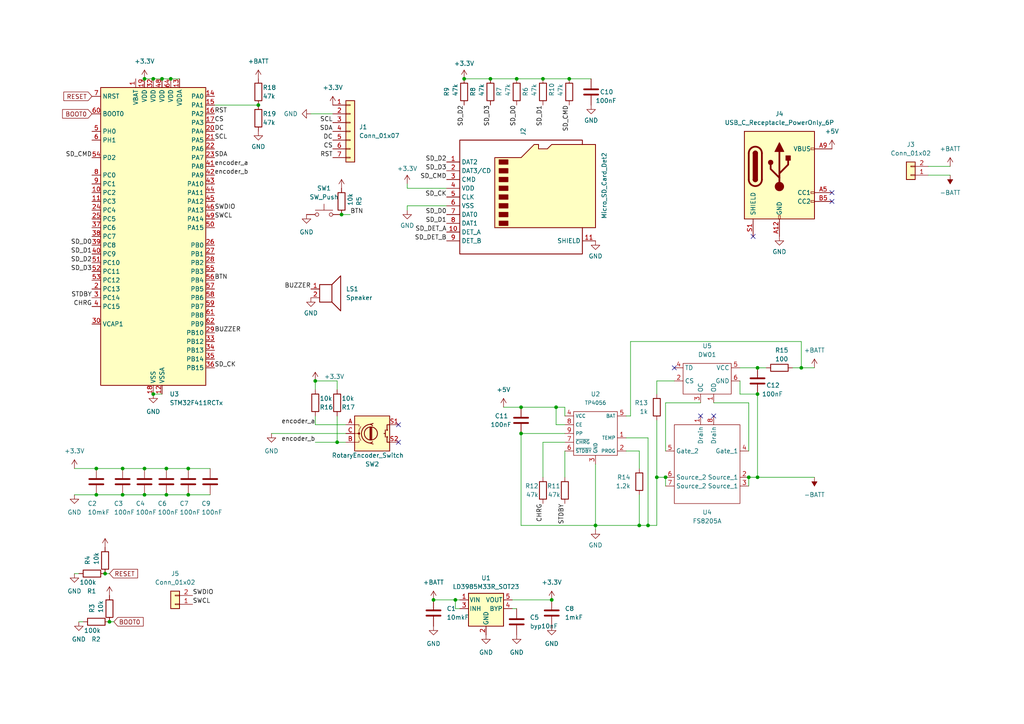
<source format=kicad_sch>
(kicad_sch (version 20230121) (generator eeschema)
  (paper "A4")
  (lib_symbols
    (symbol "Connector:Micro_SD_Card_Det2"
      (property "Reference" "J" (at -16.51 17.78 0))
      (property "Value" "Micro_SD_Card_Det2" (at 16.51 17.78 0))
      (symbol "Micro_SD_Card_Det2_0_1"
        (rectangle (start -7.62 -6.985) (end -5.08 -8.255) (stroke (width 0.254)) (fill (type outline)))
        (rectangle (start -7.62 -4.445) (end -5.08 -5.715) (stroke (width 0.254)) (fill (type outline)))
        (rectangle (start -7.62 -1.905) (end -5.08 -3.175) (stroke (width 0.254)) (fill (type outline)))
        (rectangle (start -7.62 0.635) (end -5.08 -0.635) (stroke (width 0.254)) (fill (type outline)))
        (rectangle (start -7.62 3.175) (end -5.08 1.905) (stroke (width 0.254)) (fill (type outline)))
        (rectangle (start -7.62 5.715) (end -5.08 4.445) (stroke (width 0.254)) (fill (type outline)))
        (rectangle (start -7.62 8.255) (end -5.08 6.985) (stroke (width 0.254)) (fill (type outline)))
        (rectangle (start -7.62 10.795) (end -5.08 9.525) (stroke (width 0.254)) (fill (type outline)))
        (polyline (pts (xy 16.51 15.24) (xy 16.51 16.51) (xy -19.05 16.51) (xy -19.05 -16.51) (xy 16.51 -16.51) (xy 16.51 -8.89)) (stroke (width 0.254)))
        (polyline (pts (xy -8.89 -8.89) (xy -8.89 11.43) (xy -1.27 11.43) (xy 2.54 15.24) (xy 3.81 15.24) (xy 3.81 13.97) (xy 6.35 13.97) (xy 7.62 15.24) (xy 20.32 15.24) (xy 20.32 -8.89) (xy -8.89 -8.89)) (stroke (width 0.254)) (fill (type background)))
      )
      (symbol "Micro_SD_Card_Det2_1_1"
        (pin bidirectional line (at -22.86 10.16 0) (length 3.81) (name "DAT2") (number "1"))
        (pin passive line (at -22.86 -10.16 0) (length 3.81) (name "DET_A") (number "10"))
        (pin passive line (at 20.32 -12.7 180) (length 3.81) (name "SHIELD") (number "11"))
        (pin bidirectional line (at -22.86 7.62 0) (length 3.81) (name "DAT3/CD") (number "2"))
        (pin input line (at -22.86 5.08 0) (length 3.81) (name "CMD") (number "3"))
        (pin power_in line (at -22.86 2.54 0) (length 3.81) (name "VDD") (number "4"))
        (pin input line (at -22.86 0 0) (length 3.81) (name "CLK") (number "5"))
        (pin power_in line (at -22.86 -2.54 0) (length 3.81) (name "VSS") (number "6"))
        (pin bidirectional line (at -22.86 -5.08 0) (length 3.81) (name "DAT0") (number "7"))
        (pin bidirectional line (at -22.86 -7.62 0) (length 3.81) (name "DAT1") (number "8"))
        (pin passive line (at -22.86 -12.7 0) (length 3.81) (name "DET_B") (number "9"))
      )
    )
    (symbol "Connector:USB_C_Receptacle_PowerOnly_6P" (pin_names (offset 1.016))
      (property "Reference" "J" (at 0 16.51 0))
      (property "Value" "USB_C_Receptacle_PowerOnly_6P" (at 0 13.97 0))
      (symbol "USB_C_Receptacle_PowerOnly_6P_0_0"
        (rectangle (start -0.254 -12.7) (end 0.254 -11.684))
        (rectangle (start 10.16 -7.366) (end 9.144 -7.874))
        (rectangle (start 10.16 -4.826) (end 9.144 -5.334))
        (rectangle (start 10.16 7.874) (end 9.144 7.366))
      )
      (symbol "USB_C_Receptacle_PowerOnly_6P_0_1"
        (rectangle (start -10.16 12.7) (end 10.16 -12.7) (stroke (width 0.254)) (fill (type background)))
        (arc (start -8.89 -1.27) (mid -6.985 -3.1667) (end -5.08 -1.27) (stroke (width 0.508)))
        (arc (start -7.62 -1.27) (mid -6.985 -1.9023) (end -6.35 -1.27) (stroke (width 0.254)))
        (arc (start -7.62 -1.27) (mid -6.985 -1.9023) (end -6.35 -1.27) (stroke (width 0.254)) (fill (type outline)))
        (rectangle (start -7.62 -1.27) (end -6.35 6.35) (stroke (width 0.254)) (fill (type outline)))
        (arc (start -6.35 6.35) (mid -6.985 6.9823) (end -7.62 6.35) (stroke (width 0.254)))
        (arc (start -6.35 6.35) (mid -6.985 6.9823) (end -7.62 6.35) (stroke (width 0.254)) (fill (type outline)))
        (arc (start -5.08 6.35) (mid -6.985 8.2467) (end -8.89 6.35) (stroke (width 0.508)))
        (circle (center -2.54 3.683) (radius 0.635) (stroke (width 0.254)) (fill (type outline)))
        (circle (center 0 -3.302) (radius 1.27) (fill (type outline)))
        (polyline (pts (xy -8.89 -1.27) (xy -8.89 6.35)) (stroke (width 0.508)))
        (polyline (pts (xy -5.08 6.35) (xy -5.08 -1.27)) (stroke (width 0.508)))
        (polyline (pts (xy 0 -3.302) (xy 0 6.858)) (stroke (width 0.508)))
        (polyline (pts (xy 0 -0.762) (xy -2.54 1.778) (xy -2.54 3.048)) (stroke (width 0.508)))
        (polyline (pts (xy 0 0.508) (xy 2.54 3.048) (xy 2.54 4.318)) (stroke (width 0.508)))
        (polyline (pts (xy -1.27 6.858) (xy 0 9.398) (xy 1.27 6.858) (xy -1.27 6.858)) (stroke (width 0.254)) (fill (type outline)))
        (rectangle (start 1.905 4.318) (end 3.175 5.588) (stroke (width 0.254)) (fill (type outline)))
      )
      (symbol "USB_C_Receptacle_PowerOnly_6P_1_1"
        (pin passive line (at 0 -17.78 90) (length 5.08) (name "GND") (number "A12"))
        (pin bidirectional line (at 15.24 -5.08 180) (length 5.08) (name "CC1") (number "A5"))
        (pin passive line (at 15.24 7.62 180) (length 5.08) (name "VBUS") (number "A9"))
        (pin passive line (at 0 -17.78 90) (length 5.08) hide (name "GND") (number "B12"))
        (pin bidirectional line (at 15.24 -7.62 180) (length 5.08) (name "CC2") (number "B5"))
        (pin passive line (at 15.24 7.62 180) (length 5.08) hide (name "VBUS") (number "B9"))
        (pin passive line (at -7.62 -17.78 90) (length 5.08) (name "SHIELD") (number "S1"))
      )
    )
    (symbol "Connector_Generic:Conn_01x02" (pin_names (offset 1.016) hide)
      (property "Reference" "J" (at 0 2.54 0))
      (property "Value" "Conn_01x02" (at 0 -5.08 0))
      (symbol "Conn_01x02_1_1"
        (rectangle (start -1.27 -2.413) (end 0 -2.667) (stroke (width 0.1524)))
        (rectangle (start -1.27 0.127) (end 0 -0.127) (stroke (width 0.1524)))
        (rectangle (start -1.27 1.27) (end 1.27 -3.81) (stroke (width 0.254)) (fill (type background)))
        (pin passive line (at -5.08 0 0) (length 3.81) (name "Pin_1") (number "1"))
        (pin passive line (at -5.08 -2.54 0) (length 3.81) (name "Pin_2") (number "2"))
      )
    )
    (symbol "Connector_Generic:Conn_01x07" (pin_names (offset 1.016) hide)
      (property "Reference" "J" (at 0 10.16 0))
      (property "Value" "Conn_01x07" (at 0 -10.16 0))
      (symbol "Conn_01x07_1_1"
        (rectangle (start -1.27 -7.493) (end 0 -7.747) (stroke (width 0.1524)))
        (rectangle (start -1.27 -4.953) (end 0 -5.207) (stroke (width 0.1524)))
        (rectangle (start -1.27 -2.413) (end 0 -2.667) (stroke (width 0.1524)))
        (rectangle (start -1.27 0.127) (end 0 -0.127) (stroke (width 0.1524)))
        (rectangle (start -1.27 2.667) (end 0 2.413) (stroke (width 0.1524)))
        (rectangle (start -1.27 5.207) (end 0 4.953) (stroke (width 0.1524)))
        (rectangle (start -1.27 7.747) (end 0 7.493) (stroke (width 0.1524)))
        (rectangle (start -1.27 8.89) (end 1.27 -8.89) (stroke (width 0.254)) (fill (type background)))
        (pin passive line (at -5.08 7.62 0) (length 3.81) (name "Pin_1") (number "1"))
        (pin passive line (at -5.08 5.08 0) (length 3.81) (name "Pin_2") (number "2"))
        (pin passive line (at -5.08 2.54 0) (length 3.81) (name "Pin_3") (number "3"))
        (pin passive line (at -5.08 0 0) (length 3.81) (name "Pin_4") (number "4"))
        (pin passive line (at -5.08 -2.54 0) (length 3.81) (name "Pin_5") (number "5"))
        (pin passive line (at -5.08 -5.08 0) (length 3.81) (name "Pin_6") (number "6"))
        (pin passive line (at -5.08 -7.62 0) (length 3.81) (name "Pin_7") (number "7"))
      )
    )
    (symbol "Device:C" (pin_numbers hide) (pin_names (offset 0.254))
      (property "Reference" "C" (at 0.635 2.54 0))
      (property "Value" "C" (at 0.635 -2.54 0))
      (symbol "C_0_1"
        (polyline (pts (xy -2.032 -0.762) (xy 2.032 -0.762)) (stroke (width 0.508)))
        (polyline (pts (xy -2.032 0.762) (xy 2.032 0.762)) (stroke (width 0.508)))
      )
      (symbol "C_1_1"
        (pin passive line (at 0 3.81 270) (length 2.794) (name "~") (number "1"))
        (pin passive line (at 0 -3.81 90) (length 2.794) (name "~") (number "2"))
      )
    )
    (symbol "Device:R" (pin_numbers hide) (pin_names (offset 0))
      (property "Reference" "R" (at 2.032 0 90))
      (property "Value" "R" (at 0 0 90))
      (symbol "R_0_1"
        (rectangle (start -1.016 -2.54) (end 1.016 2.54) (stroke (width 0.254)))
      )
      (symbol "R_1_1"
        (pin passive line (at 0 3.81 270) (length 1.27) (name "~") (number "1"))
        (pin passive line (at 0 -3.81 90) (length 1.27) (name "~") (number "2"))
      )
    )
    (symbol "Device:RotaryEncoder_Switch" (pin_names (offset 0.254) hide)
      (property "Reference" "SW" (at 0 6.604 0))
      (property "Value" "RotaryEncoder_Switch" (at 0 -6.604 0))
      (symbol "RotaryEncoder_Switch_0_1"
        (rectangle (start -5.08 5.08) (end 5.08 -5.08) (stroke (width 0.254)) (fill (type background)))
        (circle (center -3.81 0) (radius 0.254) (fill (type outline)))
        (circle (center -0.381 0) (radius 1.905) (stroke (width 0.254)))
        (arc (start -0.381 2.667) (mid -3.0988 -0.0635) (end -0.381 -2.794) (stroke (width 0.254)))
        (polyline (pts (xy -0.635 -1.778) (xy -0.635 1.778)) (stroke (width 0.254)))
        (polyline (pts (xy -0.381 -1.778) (xy -0.381 1.778)) (stroke (width 0.254)))
        (polyline (pts (xy -0.127 1.778) (xy -0.127 -1.778)) (stroke (width 0.254)))
        (polyline (pts (xy 3.81 0) (xy 3.429 0)) (stroke (width 0.254)))
        (polyline (pts (xy 3.81 1.016) (xy 3.81 -1.016)) (stroke (width 0.254)))
        (polyline (pts (xy -5.08 -2.54) (xy -3.81 -2.54) (xy -3.81 -2.032)))
        (polyline (pts (xy -5.08 2.54) (xy -3.81 2.54) (xy -3.81 2.032)))
        (polyline (pts (xy 0.254 -3.048) (xy -0.508 -2.794) (xy 0.127 -2.413)) (stroke (width 0.254)))
        (polyline (pts (xy 0.254 2.921) (xy -0.508 2.667) (xy 0.127 2.286)) (stroke (width 0.254)))
        (polyline (pts (xy 5.08 -2.54) (xy 4.318 -2.54) (xy 4.318 -1.016)) (stroke (width 0.254)))
        (polyline (pts (xy 5.08 2.54) (xy 4.318 2.54) (xy 4.318 1.016)) (stroke (width 0.254)))
        (polyline (pts (xy -5.08 0) (xy -3.81 0) (xy -3.81 -1.016) (xy -3.302 -2.032)))
        (polyline (pts (xy -4.318 0) (xy -3.81 0) (xy -3.81 1.016) (xy -3.302 2.032)))
        (circle (center 4.318 -1.016) (radius 0.127) (stroke (width 0.254)))
        (circle (center 4.318 1.016) (radius 0.127) (stroke (width 0.254)))
      )
      (symbol "RotaryEncoder_Switch_1_1"
        (pin passive line (at -7.62 2.54 0) (length 2.54) (name "A") (number "A"))
        (pin passive line (at -7.62 -2.54 0) (length 2.54) (name "B") (number "B"))
        (pin passive line (at -7.62 0 0) (length 2.54) (name "C") (number "C"))
        (pin passive line (at 7.62 2.54 180) (length 2.54) (name "S1") (number "S1"))
        (pin passive line (at 7.62 -2.54 180) (length 2.54) (name "S2") (number "S2"))
      )
    )
    (symbol "Device:Speaker" (pin_names (offset 0) hide)
      (property "Reference" "LS" (at 1.27 5.715 0))
      (property "Value" "Speaker" (at 1.27 3.81 0))
      (symbol "Speaker_0_0"
        (rectangle (start -2.54 1.27) (end 1.016 -3.81) (stroke (width 0.254)))
        (polyline (pts (xy 1.016 1.27) (xy 3.556 3.81) (xy 3.556 -6.35) (xy 1.016 -3.81)) (stroke (width 0.254)))
      )
      (symbol "Speaker_1_1"
        (pin input line (at -5.08 0 0) (length 2.54) (name "1") (number "1"))
        (pin input line (at -5.08 -2.54 0) (length 2.54) (name "2") (number "2"))
      )
    )
    (symbol "MCU_ST_STM32F4:STM32F411RCTx"
      (property "Reference" "U" (at -15.24 44.45 0))
      (property "Value" "STM32F411RCTx" (at 10.16 44.45 0))
      (symbol "STM32F411RCTx_0_1"
        (rectangle (start -15.24 -43.18) (end 15.24 43.18) (stroke (width 0.254)) (fill (type background)))
      )
      (symbol "STM32F411RCTx_1_1"
        (pin power_in line (at -5.08 45.72 270) (length 2.54) (name "VBAT") (number "1"))
        (pin bidirectional line (at -17.78 12.7 0) (length 2.54) (name "PC2") (number "10"))
        (pin bidirectional line (at -17.78 10.16 0) (length 2.54) (name "PC3") (number "11"))
        (pin power_in line (at 2.54 -45.72 90) (length 2.54) (name "VSSA") (number "12"))
        (pin power_in line (at 7.62 45.72 270) (length 2.54) (name "VDDA") (number "13"))
        (pin bidirectional line (at 17.78 40.64 180) (length 2.54) (name "PA0") (number "14"))
        (pin bidirectional line (at 17.78 38.1 180) (length 2.54) (name "PA1") (number "15"))
        (pin bidirectional line (at 17.78 35.56 180) (length 2.54) (name "PA2") (number "16"))
        (pin bidirectional line (at 17.78 33.02 180) (length 2.54) (name "PA3") (number "17"))
        (pin power_in line (at 0 -45.72 90) (length 2.54) (name "VSS") (number "18"))
        (pin power_in line (at -2.54 45.72 270) (length 2.54) (name "VDD") (number "19"))
        (pin bidirectional line (at -17.78 -15.24 0) (length 2.54) (name "PC13") (number "2"))
        (pin bidirectional line (at 17.78 30.48 180) (length 2.54) (name "PA4") (number "20"))
        (pin bidirectional line (at 17.78 27.94 180) (length 2.54) (name "PA5") (number "21"))
        (pin bidirectional line (at 17.78 25.4 180) (length 2.54) (name "PA6") (number "22"))
        (pin bidirectional line (at 17.78 22.86 180) (length 2.54) (name "PA7") (number "23"))
        (pin bidirectional line (at -17.78 7.62 0) (length 2.54) (name "PC4") (number "24"))
        (pin bidirectional line (at -17.78 5.08 0) (length 2.54) (name "PC5") (number "25"))
        (pin bidirectional line (at 17.78 -2.54 180) (length 2.54) (name "PB0") (number "26"))
        (pin bidirectional line (at 17.78 -5.08 180) (length 2.54) (name "PB1") (number "27"))
        (pin bidirectional line (at 17.78 -7.62 180) (length 2.54) (name "PB2") (number "28"))
        (pin bidirectional line (at 17.78 -27.94 180) (length 2.54) (name "PB10") (number "29"))
        (pin bidirectional line (at -17.78 -17.78 0) (length 2.54) (name "PC14") (number "3"))
        (pin power_out line (at -17.78 -25.4 0) (length 2.54) (name "VCAP1") (number "30"))
        (pin passive line (at 0 -45.72 90) (length 2.54) hide (name "VSS") (number "31"))
        (pin power_in line (at 0 45.72 270) (length 2.54) (name "VDD") (number "32"))
        (pin bidirectional line (at 17.78 -30.48 180) (length 2.54) (name "PB12") (number "33"))
        (pin bidirectional line (at 17.78 -33.02 180) (length 2.54) (name "PB13") (number "34"))
        (pin bidirectional line (at 17.78 -35.56 180) (length 2.54) (name "PB14") (number "35"))
        (pin bidirectional line (at 17.78 -38.1 180) (length 2.54) (name "PB15") (number "36"))
        (pin bidirectional line (at -17.78 2.54 0) (length 2.54) (name "PC6") (number "37"))
        (pin bidirectional line (at -17.78 0 0) (length 2.54) (name "PC7") (number "38"))
        (pin bidirectional line (at -17.78 -2.54 0) (length 2.54) (name "PC8") (number "39"))
        (pin bidirectional line (at -17.78 -20.32 0) (length 2.54) (name "PC15") (number "4"))
        (pin bidirectional line (at -17.78 -5.08 0) (length 2.54) (name "PC9") (number "40"))
        (pin bidirectional line (at 17.78 20.32 180) (length 2.54) (name "PA8") (number "41"))
        (pin bidirectional line (at 17.78 17.78 180) (length 2.54) (name "PA9") (number "42"))
        (pin bidirectional line (at 17.78 15.24 180) (length 2.54) (name "PA10") (number "43"))
        (pin bidirectional line (at 17.78 12.7 180) (length 2.54) (name "PA11") (number "44"))
        (pin bidirectional line (at 17.78 10.16 180) (length 2.54) (name "PA12") (number "45"))
        (pin bidirectional line (at 17.78 7.62 180) (length 2.54) (name "PA13") (number "46"))
        (pin passive line (at 0 -45.72 90) (length 2.54) hide (name "VSS") (number "47"))
        (pin power_in line (at 2.54 45.72 270) (length 2.54) (name "VDD") (number "48"))
        (pin bidirectional line (at 17.78 5.08 180) (length 2.54) (name "PA14") (number "49"))
        (pin bidirectional line (at -17.78 30.48 0) (length 2.54) (name "PH0") (number "5"))
        (pin bidirectional line (at 17.78 2.54 180) (length 2.54) (name "PA15") (number "50"))
        (pin bidirectional line (at -17.78 -7.62 0) (length 2.54) (name "PC10") (number "51"))
        (pin bidirectional line (at -17.78 -10.16 0) (length 2.54) (name "PC11") (number "52"))
        (pin bidirectional line (at -17.78 -12.7 0) (length 2.54) (name "PC12") (number "53"))
        (pin bidirectional line (at -17.78 22.86 0) (length 2.54) (name "PD2") (number "54"))
        (pin bidirectional line (at 17.78 -10.16 180) (length 2.54) (name "PB3") (number "55"))
        (pin bidirectional line (at 17.78 -12.7 180) (length 2.54) (name "PB4") (number "56"))
        (pin bidirectional line (at 17.78 -15.24 180) (length 2.54) (name "PB5") (number "57"))
        (pin bidirectional line (at 17.78 -17.78 180) (length 2.54) (name "PB6") (number "58"))
        (pin bidirectional line (at 17.78 -20.32 180) (length 2.54) (name "PB7") (number "59"))
        (pin bidirectional line (at -17.78 27.94 0) (length 2.54) (name "PH1") (number "6"))
        (pin input line (at -17.78 35.56 0) (length 2.54) (name "BOOT0") (number "60"))
        (pin bidirectional line (at 17.78 -22.86 180) (length 2.54) (name "PB8") (number "61"))
        (pin bidirectional line (at 17.78 -25.4 180) (length 2.54) (name "PB9") (number "62"))
        (pin passive line (at 0 -45.72 90) (length 2.54) hide (name "VSS") (number "63"))
        (pin power_in line (at 5.08 45.72 270) (length 2.54) (name "VDD") (number "64"))
        (pin input line (at -17.78 40.64 0) (length 2.54) (name "NRST") (number "7"))
        (pin bidirectional line (at -17.78 17.78 0) (length 2.54) (name "PC0") (number "8"))
        (pin bidirectional line (at -17.78 15.24 0) (length 2.54) (name "PC1") (number "9"))
      )
    )
    (symbol "Regulator_Linear:LD3985M33R_SOT23" (pin_names (offset 0.254))
      (property "Reference" "U" (at -3.81 5.715 0))
      (property "Value" "LD3985M33R_SOT23" (at 0 5.715 0))
      (symbol "LD3985M33R_SOT23_0_1"
        (rectangle (start -5.08 4.445) (end 5.08 -5.08) (stroke (width 0.254)) (fill (type background)))
      )
      (symbol "LD3985M33R_SOT23_1_1"
        (pin power_in line (at -7.62 2.54 0) (length 2.54) (name "VIN") (number "1"))
        (pin power_in line (at 0 -7.62 90) (length 2.54) (name "GND") (number "2"))
        (pin input line (at -7.62 0 0) (length 2.54) (name "INH") (number "3"))
        (pin input line (at 7.62 0 180) (length 2.54) (name "BYP") (number "4"))
        (pin power_out line (at 7.62 2.54 180) (length 2.54) (name "VOUT") (number "5"))
      )
    )
    (symbol "Switch:SW_Push" (pin_numbers hide) (pin_names (offset 1.016) hide)
      (property "Reference" "SW" (at 1.27 2.54 0))
      (property "Value" "SW_Push" (at 0 -1.524 0))
      (symbol "SW_Push_0_1"
        (circle (center -2.032 0) (radius 0.508))
        (polyline (pts (xy 0 1.27) (xy 0 3.048)))
        (polyline (pts (xy 2.54 1.27) (xy -2.54 1.27)))
        (circle (center 2.032 0) (radius 0.508))
        (pin passive line (at -5.08 0 0) (length 2.54) (name "1") (number "1"))
        (pin passive line (at 5.08 0 180) (length 2.54) (name "2") (number "2"))
      )
    )
    (symbol "libs:DW01"
      (property "Reference" "U" (at 1.27 10.16 0))
      (property "Value" "DW01" (at 11.43 10.16 0))
      (symbol "DW01_0_1"
        (rectangle (start 0 8.89) (end 13.97 0))
      )
      (symbol "DW01_1_1"
        (pin input line (at 8.89 -2.54 90) (length 2.54) (name "OD") (number "1"))
        (pin input line (at -2.54 3.81 0) (length 2.54) (name "CS") (number "2"))
        (pin input line (at 5.08 -2.54 90) (length 2.54) (name "OC") (number "3"))
        (pin input line (at -2.54 7.62 0) (length 2.54) (name "TD") (number "4"))
        (pin input line (at 16.51 7.62 180) (length 2.54) (name "VCC") (number "5"))
        (pin input line (at 16.51 3.81 180) (length 2.54) (name "GND") (number "6"))
      )
    )
    (symbol "libs:FS8205A"
      (property "Reference" "U" (at 7.62 0 90))
      (property "Value" "FS8205A" (at 3.81 -2.54 0))
      (symbol "FS8205A_0_1"
        (rectangle (start 1.27 21.59) (end 20.32 -1.27))
      )
      (symbol "FS8205A_1_1"
        (pin input line (at 8.89 24.13 270) (length 2.54) (name "Drain") (number "1"))
        (pin input line (at 22.86 6.35 180) (length 2.54) (name "Source_1") (number "2"))
        (pin input line (at 22.86 3.81 180) (length 2.54) (name "Source_1") (number "3"))
        (pin input line (at 22.86 13.97 180) (length 2.54) (name "Gate_1") (number "4"))
        (pin input line (at -1.27 13.97 0) (length 2.54) (name "Gate_2") (number "5"))
        (pin input line (at -1.27 6.35 0) (length 2.54) (name "Source_2") (number "6"))
        (pin input line (at -1.27 3.81 0) (length 2.54) (name "Source_2") (number "7"))
        (pin input line (at 12.7 24.13 270) (length 2.54) (name "Drain") (number "8"))
      )
    )
    (symbol "libs:TP4056"
      (property "Reference" "U" (at 1.27 13.97 0))
      (property "Value" "TP4056" (at 8.89 13.97 0))
      (symbol "TP4056_0_1"
        (rectangle (start 0 12.7) (end 12.7 0))
      )
      (symbol "TP4056_1_1"
        (pin input line (at 15.24 5.08 180) (length 2.54) (name "TEMP") (number "1"))
        (pin input line (at 15.24 1.27 180) (length 2.54) (name "PROG") (number "2"))
        (pin input line (at 6.35 -2.54 90) (length 2.54) (name "GND") (number "3"))
        (pin input line (at -2.54 11.43 0) (length 2.54) (name "VCC") (number "4"))
        (pin input line (at 15.24 11.43 180) (length 2.54) (name "BAT") (number "5"))
        (pin input line (at -2.54 1.27 0) (length 2.54) (name "~{STDBY}") (number "6"))
        (pin input line (at -2.54 3.81 0) (length 2.54) (name "~{CHRG}") (number "7"))
        (pin input line (at -2.54 8.89 0) (length 2.54) (name "CE") (number "8"))
        (pin input line (at -2.54 6.35 0) (length 2.54) (name "PP") (number "9"))
      )
    )
    (symbol "power:+3.3V" (power) (pin_names (offset 0))
      (property "Value" "+3.3V" (at 0 3.556 0))
      (symbol "+3.3V_0_1"
        (polyline (pts (xy -0.762 1.27) (xy 0 2.54)))
        (polyline (pts (xy 0 0) (xy 0 2.54)))
        (polyline (pts (xy 0 2.54) (xy 0.762 1.27)))
      )
      (symbol "+3.3V_1_1"
        (pin power_in line (at 0 0 90) (length 0) hide (name "+3.3V") (number "1"))
      )
    )
    (symbol "power:+5V" (power) (pin_names (offset 0))
      (property "Value" "+5V" (at 0 3.556 0))
      (symbol "+5V_0_1"
        (polyline (pts (xy -0.762 1.27) (xy 0 2.54)))
        (polyline (pts (xy 0 0) (xy 0 2.54)))
        (polyline (pts (xy 0 2.54) (xy 0.762 1.27)))
      )
      (symbol "+5V_1_1"
        (pin power_in line (at 0 0 90) (length 0) hide (name "+5V") (number "1"))
      )
    )
    (symbol "power:+BATT" (power) (pin_names (offset 0))
      (property "Value" "+BATT" (at 0 3.556 0))
      (symbol "+BATT_0_1"
        (polyline (pts (xy -0.762 1.27) (xy 0 2.54)))
        (polyline (pts (xy 0 0) (xy 0 2.54)))
        (polyline (pts (xy 0 2.54) (xy 0.762 1.27)))
      )
      (symbol "+BATT_1_1"
        (pin power_in line (at 0 0 90) (length 0) hide (name "+BATT") (number "1"))
      )
    )
    (symbol "power:-BATT" (power) (pin_names (offset 0))
      (property "Value" "-BATT" (at 0 3.556 0))
      (symbol "-BATT_0_1"
        (polyline (pts (xy 0 0) (xy 0 2.54)))
        (polyline (pts (xy 0.762 1.27) (xy -0.762 1.27) (xy 0 2.54) (xy 0.762 1.27)) (fill (type outline)))
      )
      (symbol "-BATT_1_1"
        (pin power_in line (at 0 0 90) (length 0) hide (name "-BATT") (number "1"))
      )
    )
    (symbol "power:GND" (power) (pin_names (offset 0))
      (property "Value" "GND" (at 0 -3.81 0))
      (symbol "GND_0_1"
        (polyline (pts (xy 0 0) (xy 0 -1.27) (xy 1.27 -1.27) (xy 0 -2.54) (xy -1.27 -1.27) (xy 0 -1.27)))
      )
      (symbol "GND_1_1"
        (pin power_in line (at 0 0 270) (length 0) hide (name "GND") (number "1"))
      )
    )
  )
  (junction (at 142.24 22.86))
  (junction (at 219.71 138.43))
  (junction (at 46.99 22.86))
  (junction (at 190.5 138.43))
  (junction (at 91.44 110.49))
  (junction (at 31.75 180.34))
  (junction (at 134.62 22.86))
  (junction (at 44.45 114.3))
  (junction (at 187.96 152.4))
  (junction (at 185.42 152.4))
  (junction (at 41.91 135.89))
  (junction (at 35.56 143.51))
  (junction (at 157.48 22.86))
  (junction (at 97.79 128.27))
  (junction (at 99.06 62.23))
  (junction (at 219.71 114.3))
  (junction (at 41.91 143.51))
  (junction (at 54.61 135.89))
  (junction (at 35.56 135.89))
  (junction (at 132.08 173.99))
  (junction (at 160.02 173.99))
  (junction (at 125.73 173.99))
  (junction (at 49.53 22.86))
  (junction (at 149.86 22.86))
  (junction (at 151.13 118.11))
  (junction (at 41.91 22.86))
  (junction (at 193.04 138.43))
  (junction (at 27.94 143.51))
  (junction (at 219.71 106.68))
  (junction (at 217.17 138.43))
  (junction (at 232.41 106.68))
  (junction (at 27.94 135.89))
  (junction (at 48.26 143.51))
  (junction (at 161.29 118.11))
  (junction (at 74.93 30.48))
  (junction (at 44.45 22.86))
  (junction (at 54.61 143.51))
  (junction (at 30.48 166.37))
  (junction (at 172.72 152.4))
  (junction (at 165.1 22.86))
  (junction (at 151.13 125.73))
  (junction (at 48.26 135.89))
  (no_connect (at 115.57 123.19))
  (no_connect (at 218.44 68.58))
  (no_connect (at 115.57 128.27))
  (no_connect (at 241.3 58.42))
  (no_connect (at 203.2 120.65))
  (no_connect (at 207.01 120.65))
  (no_connect (at 195.58 106.68))
  (no_connect (at 241.3 55.88))
  (wire (pts (xy 190.5 110.49) (xy 195.58 110.49)))
  (wire (pts (xy 207.01 116.84) (xy 217.17 116.84)))
  (wire (pts (xy 78.74 125.73) (xy 100.33 125.73)))
  (wire (pts (xy 49.53 22.86) (xy 52.07 22.86)))
  (wire (pts (xy 21.59 166.37) (xy 22.86 166.37)))
  (wire (pts (xy 134.62 22.86) (xy 142.24 22.86)))
  (wire (pts (xy 91.44 128.27) (xy 97.79 128.27)))
  (wire (pts (xy 182.88 120.65) (xy 182.88 99.06)))
  (wire (pts (xy 44.45 22.86) (xy 46.99 22.86)))
  (wire (pts (xy 193.04 116.84) (xy 193.04 130.81)))
  (wire (pts (xy 193.04 138.43) (xy 193.04 140.97)))
  (wire (pts (xy 90.17 33.02) (xy 96.52 33.02)))
  (wire (pts (xy 185.42 152.4) (xy 172.72 152.4)))
  (wire (pts (xy 148.59 173.99) (xy 160.02 173.99)))
  (wire (pts (xy 214.63 114.3) (xy 219.71 114.3)))
  (wire (pts (xy 161.29 123.19) (xy 161.29 118.11)))
  (wire (pts (xy 163.83 123.19) (xy 161.29 123.19)))
  (wire (pts (xy 232.41 99.06) (xy 232.41 106.68)))
  (wire (pts (xy 182.88 99.06) (xy 232.41 99.06)))
  (wire (pts (xy 125.73 173.99) (xy 132.08 173.99)))
  (wire (pts (xy 149.86 22.86) (xy 157.48 22.86)))
  (wire (pts (xy 163.83 120.65) (xy 163.83 118.11)))
  (wire (pts (xy 172.72 153.67) (xy 172.72 152.4)))
  (wire (pts (xy 181.61 127) (xy 187.96 127)))
  (wire (pts (xy 182.88 120.65) (xy 181.61 120.65)))
  (wire (pts (xy 151.13 125.73) (xy 151.13 152.4)))
  (wire (pts (xy 41.91 135.89) (xy 48.26 135.89)))
  (wire (pts (xy 269.24 48.26) (xy 275.59 48.26)))
  (wire (pts (xy 91.44 123.19) (xy 100.33 123.19)))
  (wire (pts (xy 163.83 118.11) (xy 161.29 118.11)))
  (wire (pts (xy 229.87 106.68) (xy 232.41 106.68)))
  (wire (pts (xy 165.1 22.86) (xy 171.45 22.86)))
  (wire (pts (xy 190.5 152.4) (xy 190.5 138.43)))
  (wire (pts (xy 132.08 176.53) (xy 132.08 173.99)))
  (wire (pts (xy 151.13 118.11) (xy 161.29 118.11)))
  (wire (pts (xy 217.17 138.43) (xy 217.17 140.97)))
  (wire (pts (xy 46.99 114.3) (xy 44.45 114.3)))
  (wire (pts (xy 190.5 114.3) (xy 190.5 110.49)))
  (wire (pts (xy 48.26 143.51) (xy 54.61 143.51)))
  (wire (pts (xy 118.11 59.69) (xy 118.11 60.96)))
  (wire (pts (xy 203.2 116.84) (xy 193.04 116.84)))
  (wire (pts (xy 35.56 143.51) (xy 41.91 143.51)))
  (wire (pts (xy 27.94 143.51) (xy 35.56 143.51)))
  (wire (pts (xy 91.44 120.65) (xy 91.44 123.19)))
  (wire (pts (xy 22.86 180.34) (xy 24.13 180.34)))
  (wire (pts (xy 148.59 176.53) (xy 149.86 176.53)))
  (wire (pts (xy 21.59 143.51) (xy 27.94 143.51)))
  (wire (pts (xy 157.48 22.86) (xy 165.1 22.86)))
  (wire (pts (xy 269.24 50.8) (xy 275.59 50.8)))
  (wire (pts (xy 118.11 54.61) (xy 129.54 54.61)))
  (wire (pts (xy 219.71 106.68) (xy 222.25 106.68)))
  (wire (pts (xy 27.94 135.89) (xy 35.56 135.89)))
  (wire (pts (xy 219.71 138.43) (xy 219.71 114.3)))
  (wire (pts (xy 41.91 22.86) (xy 44.45 22.86)))
  (wire (pts (xy 118.11 53.34) (xy 118.11 54.61)))
  (wire (pts (xy 91.44 110.49) (xy 97.79 110.49)))
  (wire (pts (xy 232.41 106.68) (xy 236.22 106.68)))
  (wire (pts (xy 142.24 22.86) (xy 149.86 22.86)))
  (wire (pts (xy 214.63 110.49) (xy 214.63 114.3)))
  (wire (pts (xy 33.02 180.34) (xy 31.75 180.34)))
  (wire (pts (xy 41.91 143.51) (xy 48.26 143.51)))
  (wire (pts (xy 172.72 152.4) (xy 151.13 152.4)))
  (wire (pts (xy 214.63 106.68) (xy 219.71 106.68)))
  (wire (pts (xy 35.56 135.89) (xy 41.91 135.89)))
  (wire (pts (xy 46.99 22.86) (xy 49.53 22.86)))
  (wire (pts (xy 99.06 62.23) (xy 101.6 62.23)))
  (wire (pts (xy 133.35 176.53) (xy 132.08 176.53)))
  (wire (pts (xy 132.08 173.99) (xy 133.35 173.99)))
  (wire (pts (xy 185.42 143.51) (xy 185.42 152.4)))
  (wire (pts (xy 151.13 125.73) (xy 163.83 125.73)))
  (wire (pts (xy 187.96 152.4) (xy 190.5 152.4)))
  (wire (pts (xy 185.42 130.81) (xy 185.42 135.89)))
  (wire (pts (xy 190.5 138.43) (xy 190.5 121.92)))
  (wire (pts (xy 97.79 120.65) (xy 97.79 128.27)))
  (wire (pts (xy 54.61 135.89) (xy 60.96 135.89)))
  (wire (pts (xy 187.96 127) (xy 187.96 152.4)))
  (wire (pts (xy 30.48 166.37) (xy 31.75 166.37)))
  (wire (pts (xy 129.54 59.69) (xy 118.11 59.69)))
  (wire (pts (xy 172.72 134.62) (xy 172.72 152.4)))
  (wire (pts (xy 163.83 138.43) (xy 163.83 130.81)))
  (wire (pts (xy 193.04 138.43) (xy 190.5 138.43)))
  (wire (pts (xy 91.44 113.03) (xy 91.44 110.49)))
  (wire (pts (xy 219.71 138.43) (xy 236.22 138.43)))
  (wire (pts (xy 157.48 128.27) (xy 163.83 128.27)))
  (wire (pts (xy 157.48 128.27) (xy 157.48 138.43)))
  (wire (pts (xy 97.79 110.49) (xy 97.79 113.03)))
  (wire (pts (xy 146.05 118.11) (xy 151.13 118.11)))
  (wire (pts (xy 48.26 135.89) (xy 54.61 135.89)))
  (wire (pts (xy 217.17 138.43) (xy 219.71 138.43)))
  (wire (pts (xy 181.61 130.81) (xy 185.42 130.81)))
  (wire (pts (xy 62.23 30.48) (xy 74.93 30.48)))
  (wire (pts (xy 21.59 135.89) (xy 27.94 135.89)))
  (wire (pts (xy 187.96 152.4) (xy 185.42 152.4)))
  (wire (pts (xy 97.79 128.27) (xy 100.33 128.27)))
  (wire (pts (xy 54.61 143.51) (xy 60.96 143.51)))
  (wire (pts (xy 217.17 116.84) (xy 217.17 130.81)))
  (label "SDA" (at 96.52 38.1 180))
  (label "SD_D3" (at 129.54 49.53 180))
  (label "SD_D3" (at 26.67 78.74 180))
  (label "SD_D1" (at 157.48 30.48 270))
  (label "SD_CK" (at 62.23 106.68 0))
  (label "RST" (at 62.23 33.02 0))
  (label "encoder_b" (at 91.44 128.27 180))
  (label "SWCL" (at 62.23 63.5 0))
  (label "CHRG" (at 26.67 88.9 180))
  (label "SD_D1" (at 129.54 64.77 180))
  (label "SD_CMD" (at 165.1 30.48 270))
  (label "SCL" (at 96.52 35.56 180))
  (label "encoder_a" (at 91.44 123.19 180))
  (label "STDBY" (at 26.67 86.36 180))
  (label "SD_D2" (at 129.54 46.99 180))
  (label "SD_CMD" (at 129.54 52.07 180))
  (label "SWDIO" (at 62.23 60.96 0))
  (label "SD_DET_B" (at 129.54 69.85 180))
  (label "SD_DET_A" (at 129.54 67.31 180))
  (label "encoder_a" (at 62.23 48.26 0))
  (label "SD_D0" (at 26.67 71.12 180))
  (label "BTN" (at 101.6 62.23 0))
  (label "SD_D2" (at 26.67 76.2 180))
  (label "DC" (at 96.52 40.64 180))
  (label "SD_CMD" (at 26.67 45.72 180))
  (label "BTN" (at 62.23 81.28 0))
  (label "SDA" (at 62.23 45.72 0))
  (label "BUZZER" (at 62.23 96.52 0))
  (label "BUZZER" (at 90.17 83.82 180))
  (label "SWDIO" (at 55.88 172.72 0))
  (label "RST" (at 96.52 45.72 180))
  (label "CHRG" (at 157.48 146.05 270))
  (label "SCL" (at 62.23 40.64 0))
  (label "SD_D3" (at 142.24 30.48 270))
  (label "STDBY" (at 163.83 146.05 270))
  (label "encoder_b" (at 62.23 50.8 0))
  (label "SD_CK" (at 129.54 57.15 180))
  (label "SD_D0" (at 149.86 30.48 270))
  (label "SWCL" (at 55.88 175.26 0))
  (label "CS" (at 62.23 35.56 0))
  (label "SD_D1" (at 26.67 73.66 180))
  (label "SD_D0" (at 129.54 62.23 180))
  (label "SD_D2" (at 134.62 30.48 270))
  (label "CS" (at 96.52 43.18 180))
  (label "DC" (at 62.23 38.1 0))
  (global_label "BOOT0" (shape input) (at 26.67 33.02 180) (property "Intersheetrefs" "${INTERSHEET_REFS}" (effects hide)) (property "Обозначения листов" "${INTERSHEET_REFS}" (effects hide)))
  (global_label "RESET" (shape input) (at 26.67 27.94 180) (property "Intersheetrefs" "${INTERSHEET_REFS}" (effects hide)) (property "Обозначения листов" "${INTERSHEET_REFS}" (effects hide)))
  (global_label "RESET" (shape input) (at 31.75 166.37 0) (property "Intersheetrefs" "${INTERSHEET_REFS}" (effects hide)) (property "Обозначения листов" "${INTERSHEET_REFS}" (effects hide)))
  (global_label "BOOT0" (shape input) (at 33.02 180.34 0) (property "Intersheetrefs" "${INTERSHEET_REFS}" (effects hide)) (property "Обозначения листов" "${INTERSHEET_REFS}" (effects hide)))
  (symbol (lib_id "Device:R") (at 142.24 26.67 0) (unit 1)
    (property "Reference" "R8" (at 137.16 27.94 90) (effects (justify left)))
    (property "Value" "47k" (at 139.7 27.94 90) (effects (justify left)))
    (property "Footprint" "Resistor_SMD:R_0603_1608Metric_Pad0.98x0.95mm_HandSolder" (effects hide))
  )
  (symbol (lib_id "Device:C") (at 35.56 139.7 0) (unit 1)
    (property "Reference" "C3" (at 33.02 146.0499 0) (effects (justify left)))
    (property "Value" "100nF" (at 33.02 148.59 0) (effects (justify left)))
    (property "Footprint" "Capacitor_SMD:C_0603_1608Metric_Pad1.08x0.95mm_HandSolder" (effects hide))
  )
  (symbol (lib_id "Device:R") (at 91.44 116.84 0) (unit 1)
    (property "Reference" "R16" (at 92.71 118.11 0) (effects (justify left)))
    (property "Value" "10k" (at 92.71 115.57 0) (effects (justify left)))
    (property "Footprint" "Resistor_SMD:R_0603_1608Metric_Pad0.98x0.95mm_HandSolder" (effects hide))
  )
  (symbol (lib_id "power:+3.3V") (at 96.52 30.48 0) (unit 1)
    (property "Reference" "#PWR015" (effects hide))
    (property "Value" "+3.3V" (at 96.52 25.4 0))
  )
  (symbol (lib_id "power:+3.3V") (at 31.75 172.72 0) (unit 1)
    (property "Reference" "#PWR05" (effects hide))
    (property "Value" "+3.3V" (effects hide))
  )
  (symbol (lib_id "power:+BATT") (at 236.22 106.68 0) (unit 1)
    (property "Reference" "#PWR030" (effects hide))
    (property "Value" "+BATT" (at 236.22 101.6 0))
  )
  (symbol (lib_id "Regulator_Linear:LD3985M33R_SOT23") (at 140.97 176.53 0) (unit 1)
    (property "Reference" "U1" (at 140.97 167.64 0))
    (property "Value" "LD3985M33R_SOT23" (at 140.97 170.18 0))
    (property "Footprint" "Package_TO_SOT_SMD:SOT-23-5" (effects hide))
    (property "Datasheet" "http://www.st.com/internet/com/TECHNICAL_RESOURCES/TECHNICAL_LITERATURE/DATASHEET/CD00003395.pdf" (effects hide))
  )
  (symbol (lib_id "power:GND") (at 118.11 60.96 0) (unit 1)
    (property "Reference" "#PWR020" (effects hide))
    (property "Value" "GND" (at 118.11 65.405 0))
  )
  (symbol (lib_id "libs:TP4056") (at 166.37 132.08 0) (unit 1)
    (property "Reference" "U2" (at 172.72 114.3 0))
    (property "Value" "TP4056" (at 172.72 116.84 0) (effects (font (size 1.1 1.1))))
    (property "Footprint" "Package_SO:SOIC-8-1EP_3.9x4.9mm_P1.27mm_EP2.29x3mm" (effects hide))
  )
  (symbol (lib_id "Switch:SW_Push") (at 93.98 62.23 0) (unit 1)
    (property "Reference" "SW1" (at 93.98 54.61 0))
    (property "Value" "SW_Push" (at 93.98 57.15 0))
    (property "Footprint" "Button_Switch_Keyboard:SW_Cherry_MX_1.00u_PCB" (effects hide))
  )
  (symbol (lib_id "power:GND") (at 160.02 181.61 0) (unit 1)
    (property "Reference" "#PWR010" (effects hide))
    (property "Value" "GND" (at 160.02 186.69 0))
  )
  (symbol (lib_id "Device:C") (at 54.61 139.7 0) (unit 1)
    (property "Reference" "C7" (at 52.07 146.0499 0) (effects (justify left)))
    (property "Value" "100nF" (at 52.07 148.59 0) (effects (justify left)))
    (property "Footprint" "Capacitor_SMD:C_0603_1608Metric_Pad1.08x0.95mm_HandSolder" (effects hide))
  )
  (symbol (lib_id "Device:R") (at 185.42 139.7 180) (unit 1)
    (property "Reference" "R14" (at 182.88 138.43 0) (effects (justify left)))
    (property "Value" "1.2k" (at 182.88 140.97 0) (effects (justify left)))
    (property "Footprint" "Resistor_SMD:R_0603_1608Metric_Pad0.98x0.95mm_HandSolder" (effects hide))
  )
  (symbol (lib_id "Device:R") (at 163.83 142.24 180) (unit 1)
    (property "Reference" "R11" (at 162.56 140.97 0) (effects (justify left)))
    (property "Value" "47k" (at 162.56 143.51 0) (effects (justify left)))
    (property "Footprint" "Resistor_SMD:R_0603_1608Metric_Pad0.98x0.95mm_HandSolder" (effects hide))
  )
  (symbol (lib_id "power:GND") (at 44.45 114.3 0) (unit 1)
    (property "Reference" "#PWR013" (effects hide))
    (property "Value" "GND" (at 44.45 119.38 0))
  )
  (symbol (lib_id "Device:C") (at 171.45 26.67 0) (unit 1)
    (property "Reference" "C10" (at 173.99 26.67 0) (effects (justify left)))
    (property "Value" "100nF" (at 172.72 29.21 0) (effects (justify left)))
    (property "Footprint" "Capacitor_SMD:C_0603_1608Metric_Pad1.08x0.95mm_HandSolder" (effects hide))
  )
  (symbol (lib_id "power:GND") (at 21.59 143.51 0) (unit 1)
    (property "Reference" "#PWR04" (effects hide))
    (property "Value" "GND" (at 21.59 148.59 0))
  )
  (symbol (lib_id "Device:R") (at 26.67 166.37 90) (unit 1)
    (property "Reference" "R1" (at 27.94 171.45 90) (effects (justify left)))
    (property "Value" "100k" (at 27.94 168.91 90) (effects (justify left)))
    (property "Footprint" "Resistor_SMD:R_0603_1608Metric_Pad0.98x0.95mm_HandSolder" (effects hide))
  )
  (symbol (lib_id "power:+3.3V") (at 41.91 22.86 0) (unit 1)
    (property "Reference" "#PWR014" (effects hide))
    (property "Value" "+3.3V" (at 41.91 17.78 0))
  )
  (symbol (lib_id "Device:Speaker") (at 95.25 83.82 0) (unit 1)
    (property "Reference" "LS1" (at 100.33 83.82 0) (effects (justify left)))
    (property "Value" "Speaker" (at 100.33 86.36 0) (effects (justify left)))
    (property "Footprint" "libs:smd_buzzer" (effects hide))
  )
  (symbol (lib_id "Device:R") (at 97.79 116.84 0) (unit 1)
    (property "Reference" "R17" (at 99.06 118.11 0) (effects (justify left)))
    (property "Value" "10k" (at 99.06 115.57 0) (effects (justify left)))
    (property "Footprint" "Resistor_SMD:R_0603_1608Metric_Pad0.98x0.95mm_HandSolder" (effects hide))
  )
  (symbol (lib_id "power:GND") (at 171.45 30.48 0) (unit 1)
    (property "Reference" "#PWR023" (effects hide))
    (property "Value" "GND" (at 171.45 34.925 0))
  )
  (symbol (lib_id "Device:C") (at 151.13 121.92 0) (unit 1)
    (property "Reference" "C11" (at 143.51 120.65 0) (effects (justify left)))
    (property "Value" "100nF" (at 142.24 123.19 0) (effects (justify left)))
    (property "Footprint" "Capacitor_SMD:C_0603_1608Metric_Pad1.08x0.95mm_HandSolder" (effects hide))
  )
  (symbol (lib_id "Device:RotaryEncoder_Switch") (at 107.95 125.73 0) (unit 1)
    (property "Reference" "SW2" (at 107.95 134.62 0))
    (property "Value" "RotaryEncoder_Switch" (at 106.68 132.08 0))
    (property "Footprint" "libs:EC11_encoder" (effects hide))
  )
  (symbol (lib_id "power:GND") (at 88.9 62.23 0) (unit 1)
    (property "Reference" "#PWR017" (effects hide))
    (property "Value" "GND" (at 88.9 67.31 0))
  )
  (symbol (lib_id "power:GND") (at 90.17 86.36 0) (unit 1)
    (property "Reference" "#PWR036" (effects hide))
    (property "Value" "GND" (at 90.17 90.805 0))
  )
  (symbol (lib_id "power:+BATT") (at 275.59 48.26 0) (unit 1)
    (property "Reference" "#PWR026" (effects hide))
    (property "Value" "+BATT" (at 275.59 43.18 0))
  )
  (symbol (lib_id "power:+3.3V") (at 160.02 173.99 0) (unit 1)
    (property "Reference" "#PWR09" (effects hide))
    (property "Value" "+3.3V" (at 160.02 168.91 0))
  )
  (symbol (lib_id "power:+3.3V") (at 91.44 110.49 0) (unit 1)
    (property "Reference" "#PWR033" (effects hide))
    (property "Value" "+3.3V" (at 93.98 109.2199 0) (effects (justify left)))
  )
  (symbol (lib_id "power:GND") (at 22.86 180.34 0) (unit 1)
    (property "Reference" "#PWR012" (effects hide))
    (property "Value" "GND" (at 22.86 185.42 0))
  )
  (symbol (lib_id "Device:R") (at 157.48 26.67 0) (unit 1)
    (property "Reference" "R6" (at 152.4 27.94 90) (effects (justify left)))
    (property "Value" "47k" (at 154.94 27.94 90) (effects (justify left)))
    (property "Footprint" "Resistor_SMD:R_0603_1608Metric_Pad0.98x0.95mm_HandSolder" (effects hide))
  )
  (symbol (lib_id "power:GND") (at 226.06 68.58 0) (unit 1)
    (property "Reference" "#PWR024" (effects hide))
    (property "Value" "GND" (at 226.06 73.025 0))
  )
  (symbol (lib_id "Device:C") (at 27.94 139.7 0) (unit 1)
    (property "Reference" "C2" (at 25.4 146.05 0) (effects (justify left)))
    (property "Value" "10mkF" (at 25.4 148.59 0) (effects (justify left)))
    (property "Footprint" "Capacitor_SMD:C_0603_1608Metric_Pad1.08x0.95mm_HandSolder" (effects hide))
  )
  (symbol (lib_id "power:GND") (at 74.93 38.1 0) (unit 1)
    (property "Reference" "#PWR035" (effects hide))
    (property "Value" "GND" (at 74.93 42.545 0))
  )
  (symbol (lib_id "Device:R") (at 30.48 162.56 0) (unit 1)
    (property "Reference" "R4" (at 25.4 163.83 90) (effects (justify left)))
    (property "Value" "10k" (at 27.94 163.83 90) (effects (justify left)))
    (property "Footprint" "Resistor_SMD:R_0603_1608Metric_Pad0.98x0.95mm_HandSolder" (effects hide))
  )
  (symbol (lib_id "Device:R") (at 149.86 26.67 0) (unit 1)
    (property "Reference" "R7" (at 144.78 27.94 90) (effects (justify left)))
    (property "Value" "47k" (at 147.32 27.94 90) (effects (justify left)))
    (property "Footprint" "Resistor_SMD:R_0603_1608Metric_Pad0.98x0.95mm_HandSolder" (effects hide))
  )
  (symbol (lib_id "Connector_Generic:Conn_01x02") (at 264.16 50.8 180) (unit 1)
    (property "Reference" "J3" (at 264.16 41.91 0))
    (property "Value" "Conn_01x02" (at 264.16 44.45 0))
    (property "Footprint" "Connector_PinHeader_2.00mm:PinHeader_1x02_P2.00mm_Vertical" (effects hide))
  )
  (symbol (lib_id "Connector:Micro_SD_Card_Det2") (at 152.4 57.15 0) (unit 1)
    (property "Reference" "J2" (at 151.765 39.37 90) (effects (justify left)))
    (property "Value" "Micro_SD_Card_Det2" (at 175.26 63.5 90) (effects (justify left)))
    (property "Footprint" "libs:microSD_molex" (effects hide))
    (property "Datasheet" "https://www.hirose.com/en/product/document?clcode=&productname=&series=DM3&documenttype=Catalog&lang=en&documentid=D49662_en" (effects hide))
  )
  (symbol (lib_id "power:GND") (at 21.59 166.37 0) (unit 1)
    (property "Reference" "#PWR07" (effects hide))
    (property "Value" "GND" (at 21.59 171.45 0))
  )
  (symbol (lib_id "Device:R") (at 134.62 26.67 0) (unit 1)
    (property "Reference" "R9" (at 129.54 27.94 90) (effects (justify left)))
    (property "Value" "47k" (at 132.08 27.94 90) (effects (justify left)))
    (property "Footprint" "Resistor_SMD:R_0603_1608Metric_Pad0.98x0.95mm_HandSolder" (effects hide))
  )
  (symbol (lib_id "Device:R") (at 99.06 58.42 0) (mirror y) (unit 1)
    (property "Reference" "R5" (at 104.14 59.69 90) (effects (justify left)))
    (property "Value" "10k" (at 101.6 59.69 90) (effects (justify left)))
    (property "Footprint" "Resistor_SMD:R_0603_1608Metric_Pad0.98x0.95mm_HandSolder" (effects hide))
  )
  (symbol (lib_id "power:GND") (at 149.86 184.15 0) (unit 1)
    (property "Reference" "#PWR08" (effects hide))
    (property "Value" "GND" (at 149.86 189.23 0))
  )
  (symbol (lib_id "Device:R") (at 157.48 142.24 180) (unit 1)
    (property "Reference" "R12" (at 156.21 140.97 0) (effects (justify left)))
    (property "Value" "47k" (at 156.21 143.51 0) (effects (justify left)))
    (property "Footprint" "Resistor_SMD:R_0603_1608Metric_Pad0.98x0.95mm_HandSolder" (effects hide))
  )
  (symbol (lib_id "power:+5V") (at 146.05 118.11 0) (unit 1)
    (property "Reference" "#PWR029" (effects hide))
    (property "Value" "+5V" (at 146.05 113.03 0))
  )
  (symbol (lib_id "Device:C") (at 219.71 110.49 0) (unit 1)
    (property "Reference" "C12" (at 222.25 111.76 0) (effects (justify left)))
    (property "Value" "100nF" (at 220.98 114.3 0) (effects (justify left)))
    (property "Footprint" "Capacitor_SMD:C_0603_1608Metric_Pad1.08x0.95mm_HandSolder" (effects hide))
  )
  (symbol (lib_id "Device:C") (at 60.96 139.7 0) (unit 1)
    (property "Reference" "C9" (at 58.42 146.0499 0) (effects (justify left)))
    (property "Value" "100nF" (at 58.42 148.59 0) (effects (justify left)))
    (property "Footprint" "Capacitor_SMD:C_0603_1608Metric_Pad1.08x0.95mm_HandSolder" (effects hide))
  )
  (symbol (lib_id "power:GND") (at 140.97 184.15 0) (unit 1)
    (property "Reference" "#PWR06" (effects hide))
    (property "Value" "GND" (at 140.97 189.23 0))
  )
  (symbol (lib_id "Device:C") (at 48.26 139.7 0) (unit 1)
    (property "Reference" "C6" (at 45.72 146.0499 0) (effects (justify left)))
    (property "Value" "100nF" (at 45.72 148.59 0) (effects (justify left)))
    (property "Footprint" "Capacitor_SMD:C_0603_1608Metric_Pad1.08x0.95mm_HandSolder" (effects hide))
  )
  (symbol (lib_id "Device:R") (at 31.75 176.53 0) (unit 1)
    (property "Reference" "R3" (at 26.67 177.8 90) (effects (justify left)))
    (property "Value" "10k" (at 29.21 177.8 90) (effects (justify left)))
    (property "Footprint" "Resistor_SMD:R_0603_1608Metric_Pad0.98x0.95mm_HandSolder" (effects hide))
  )
  (symbol (lib_id "Device:R") (at 74.93 34.29 0) (unit 1)
    (property "Reference" "R19" (at 76.2 33.02 0) (effects (justify left)))
    (property "Value" "47k" (at 76.2 35.56 0) (effects (justify left)))
    (property "Footprint" "Resistor_SMD:R_0603_1608Metric_Pad0.98x0.95mm_HandSolder" (effects hide))
  )
  (symbol (lib_id "power:-BATT") (at 236.22 138.43 180) (unit 1)
    (property "Reference" "#PWR031" (effects hide))
    (property "Value" "-BATT" (at 236.22 143.51 0))
  )
  (symbol (lib_id "power:GND") (at 90.17 33.02 270) (unit 1)
    (property "Reference" "#PWR016" (effects hide))
    (property "Value" "GND" (at 86.36 33.02 90) (effects (justify right)))
  )
  (symbol (lib_id "power:GND") (at 125.73 181.61 0) (unit 1)
    (property "Reference" "#PWR02" (effects hide))
    (property "Value" "GND" (at 125.73 186.69 0))
  )
  (symbol (lib_id "power:+3.3V") (at 134.62 22.86 0) (unit 1)
    (property "Reference" "#PWR022" (effects hide))
    (property "Value" "+3.3V" (at 134.62 18.415 0))
  )
  (symbol (lib_id "power:-BATT") (at 275.59 50.8 180) (unit 1)
    (property "Reference" "#PWR027" (effects hide))
    (property "Value" "-BATT" (at 275.59 55.88 0))
  )
  (symbol (lib_id "Device:R") (at 226.06 106.68 270) (unit 1)
    (property "Reference" "R15" (at 224.79 101.6 90) (effects (justify left)))
    (property "Value" "100" (at 224.79 104.14 90) (effects (justify left)))
    (property "Footprint" "Resistor_SMD:R_0603_1608Metric_Pad0.98x0.95mm_HandSolder" (effects hide))
  )
  (symbol (lib_id "Device:R") (at 74.93 26.67 0) (unit 1)
    (property "Reference" "R18" (at 76.2 25.4 0) (effects (justify left)))
    (property "Value" "47k" (at 76.2 27.94 0) (effects (justify left)))
    (property "Footprint" "Resistor_SMD:R_0603_1608Metric_Pad0.98x0.95mm_HandSolder" (effects hide))
  )
  (symbol (lib_id "MCU_ST_STM32F4:STM32F411RCTx") (at 44.45 68.58 0) (unit 1)
    (property "Reference" "U3" (at 49.1841 114.3 0) (effects (justify left)))
    (property "Value" "STM32F411RCTx" (at 49.1841 116.84 0) (effects (justify left)))
    (property "Footprint" "Package_QFP:LQFP-64_10x10mm_P0.5mm" (effects hide))
    (property "Datasheet" "https://www.st.com/resource/en/datasheet/stm32f411rc.pdf" (effects hide))
  )
  (symbol (lib_id "power:+BATT") (at 74.93 22.86 0) (unit 1)
    (property "Reference" "#PWR034" (effects hide))
    (property "Value" "+BATT" (at 74.93 17.78 0))
  )
  (symbol (lib_id "Connector_Generic:Conn_01x02") (at 50.8 175.26 180) (unit 1)
    (property "Reference" "J5" (at 50.8 166.37 0))
    (property "Value" "Conn_01x02" (at 50.8 168.91 0))
    (property "Footprint" "Connector_PinHeader_2.00mm:PinHeader_1x02_P2.00mm_Vertical" (effects hide))
  )
  (symbol (lib_id "power:+3.3V") (at 99.06 54.61 0) (mirror y) (unit 1)
    (property "Reference" "#PWR018" (effects hide))
    (property "Value" "+3.3V" (effects hide))
  )
  (symbol (lib_id "libs:DW01") (at 198.12 114.3 0) (unit 1)
    (property "Reference" "U5" (at 205.105 100.33 0))
    (property "Value" "DW01" (at 205.105 102.87 0))
    (property "Footprint" "Package_TO_SOT_SMD:SOT-23-6_Handsoldering" (effects hide))
  )
  (symbol (lib_id "Device:R") (at 27.94 180.34 90) (unit 1)
    (property "Reference" "R2" (at 29.21 185.42 90) (effects (justify left)))
    (property "Value" "100k" (at 29.21 182.88 90) (effects (justify left)))
    (property "Footprint" "Resistor_SMD:R_0603_1608Metric_Pad0.98x0.95mm_HandSolder" (effects hide))
  )
  (symbol (lib_id "power:+3.3V") (at 118.11 53.34 0) (unit 1)
    (property "Reference" "#PWR019" (effects hide))
    (property "Value" "+3.3V" (at 118.11 48.895 0))
  )
  (symbol (lib_id "power:GND") (at 78.74 125.73 0) (unit 1)
    (property "Reference" "#PWR032" (effects hide))
    (property "Value" "GND" (at 78.74 130.81 0))
  )
  (symbol (lib_id "Connector:USB_C_Receptacle_PowerOnly_6P") (at 226.06 50.8 0) (unit 1)
    (property "Reference" "J4" (at 226.06 33.02 0))
    (property "Value" "USB_C_Receptacle_PowerOnly_6P" (at 226.06 35.56 0))
    (property "Footprint" "Connector_USB:USB_C_Receptacle_HRO_TYPE-C-31-M-12" (effects hide))
    (property "Datasheet" "https://www.usb.org/sites/default/files/documents/usb_type-c.zip" (effects hide))
  )
  (symbol (lib_id "Device:C") (at 41.91 139.7 0) (unit 1)
    (property "Reference" "C4" (at 39.37 146.0499 0) (effects (justify left)))
    (property "Value" "100nF" (at 39.37 148.59 0) (effects (justify left)))
    (property "Footprint" "Capacitor_SMD:C_0603_1608Metric_Pad1.08x0.95mm_HandSolder" (effects hide))
  )
  (symbol (lib_id "Device:C") (at 160.02 177.8 0) (unit 1)
    (property "Reference" "C8" (at 163.83 176.5299 0) (effects (justify left)))
    (property "Value" "1mkF" (at 163.83 179.0699 0) (effects (justify left)))
    (property "Footprint" "Capacitor_SMD:C_0603_1608Metric_Pad1.08x0.95mm_HandSolder" (effects hide))
  )
  (symbol (lib_id "Device:C") (at 149.86 180.34 0) (unit 1)
    (property "Reference" "C5" (at 153.67 179.0699 0) (effects (justify left)))
    (property "Value" "byp10nF" (at 153.67 181.6099 0) (effects (justify left)))
    (property "Footprint" "Capacitor_SMD:C_0603_1608Metric_Pad1.08x0.95mm_HandSolder" (effects hide))
  )
  (symbol (lib_id "power:+5V") (at 241.3 43.18 0) (unit 1)
    (property "Reference" "#PWR025" (effects hide))
    (property "Value" "+5V" (at 241.3 38.1 0))
  )
  (symbol (lib_id "power:GND") (at 172.72 69.85 0) (unit 1)
    (property "Reference" "#PWR021" (effects hide))
    (property "Value" "GND" (at 172.72 74.295 0))
  )
  (symbol (lib_id "Device:R") (at 165.1 26.67 0) (unit 1)
    (property "Reference" "R10" (at 160.02 27.94 90) (effects (justify left)))
    (property "Value" "47k" (at 162.56 27.94 90) (effects (justify left)))
    (property "Footprint" "Resistor_SMD:R_0603_1608Metric_Pad0.98x0.95mm_HandSolder" (effects hide))
  )
  (symbol (lib_id "Device:C") (at 125.73 177.8 0) (unit 1)
    (property "Reference" "C1" (at 129.54 176.5299 0) (effects (justify left)))
    (property "Value" "10mkF" (at 129.54 179.0699 0) (effects (justify left)))
    (property "Footprint" "Capacitor_SMD:C_0603_1608Metric_Pad1.08x0.95mm_HandSolder" (effects hide))
  )
  (symbol (lib_id "power:GND") (at 172.72 153.67 0) (unit 1)
    (property "Reference" "#PWR028" (effects hide))
    (property "Value" "GND" (at 172.72 158.115 0))
  )
  (symbol (lib_id "Device:R") (at 190.5 118.11 180) (unit 1)
    (property "Reference" "R13" (at 187.96 116.84 0) (effects (justify left)))
    (property "Value" "1k" (at 187.96 119.38 0) (effects (justify left)))
    (property "Footprint" "Resistor_SMD:R_0603_1608Metric_Pad0.98x0.95mm_HandSolder" (effects hide))
  )
  (symbol (lib_id "libs:FS8205A") (at 194.31 144.78 0) (unit 1)
    (property "Reference" "U4" (at 205.105 148.59 0))
    (property "Value" "FS8205A" (at 205.105 151.13 0))
    (property "Footprint" "Package_SO:TSSOP-8_4.4x3mm_P0.65mm" (effects hide))
  )
  (symbol (lib_id "Connector_Generic:Conn_01x07") (at 101.6 38.1 0) (unit 1)
    (property "Reference" "J1" (at 104.14 36.83 0) (effects (justify left)))
    (property "Value" "Conn_01x07" (at 104.14 39.37 0) (effects (justify left)))
    (property "Footprint" "Connector_PinHeader_2.54mm:PinHeader_1x07_P2.54mm_Vertical" (effects hide))
  )
  (symbol (lib_id "power:+3.3V") (at 30.48 158.75 0) (unit 1)
    (property "Reference" "#PWR011" (effects hide))
    (property "Value" "+3.3V" (effects hide))
  )
  (symbol (lib_id "power:+BATT") (at 125.73 173.99 0) (unit 1)
    (property "Reference" "#PWR01" (effects hide))
    (property "Value" "+BATT" (at 125.73 168.91 0))
  )
  (symbol (lib_id "power:+3.3V") (at 21.59 135.89 0) (unit 1)
    (property "Reference" "#PWR03" (effects hide))
    (property "Value" "+3.3V" (at 21.59 130.81 0))
  )
)
</source>
